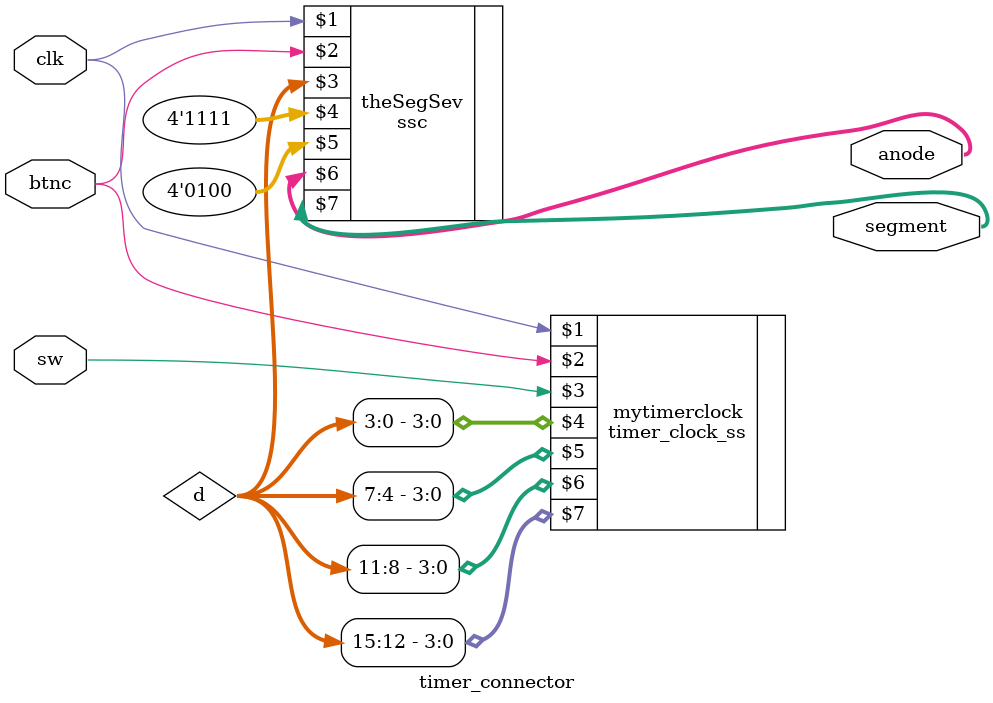
<source format=sv>
/*************************************************************************************************************
*
*  Copyright 2021 BYU Configurable Computing Lab
*
*  Permission is hereby granted, free of charge, to any person obtaining a copy of this software and 
*  associated documentation files (the "Software"), to deal in the Software without restriction, including 
*  without limitation the rights to use, copy, modify, merge, publish, distribute, sublicense, and/or sell 
*  copies of the Software, and to permit persons to whom the Software is furnished to do so, subject to the 
*  following conditions:
*
*  The above copyright notice and this permission notice shall be included in all copies or substantial 
*  portions of the Software.
*
*  THE SOFTWARE IS PROVIDED "AS IS", WITHOUT WARRANTY OF ANY KIND, EXPRESS OR IMPLIED, INCLUDING BUT NOT 
*  LIMITED TO THE WARRANTIES OF MERCHANTABILITY, FITNESS FOR A PARTICULAR PURPOSE AND NONINFRINGEMENT. IN NO 
*  EVENT SHALL THE AUTHORS OR COPYRIGHT HOLDERS BE LIABLE FOR ANY CLAIM, DAMAGES OR OTHER LIABILITY, WHETHER 
*  IN AN ACTION OF CONTRACT, TORT OR OTHERWISE, ARISING FROM, OUT OF OR IN CONNECTION WITH THE SOFTWARE OR 
*  THE USE OR OTHER DEALINGS IN THE SOFTWARE.
*
**************************************************************************************************************/

/*************************************************************************************************************
*
*  Module Description: Top module that connects timer to seven segment display
*
**************************************************************************************************************/

`default_nettype none
module timer_connector(
    input wire logic clk,
    input wire logic btnc,
    input wire logic sw,
    output logic [3:0] anode,
    output logic [7:0] segment
    );
    
    logic [15:0] d;
    timer_clock_ss mytimerclock(clk, btnc, sw, d[3:0], d[7:4], d[11:8], d[15:12]);
    ssc theSegSev(clk, btnc, d, 4'b1111, 4'b0100, anode, segment);
endmodule

</source>
